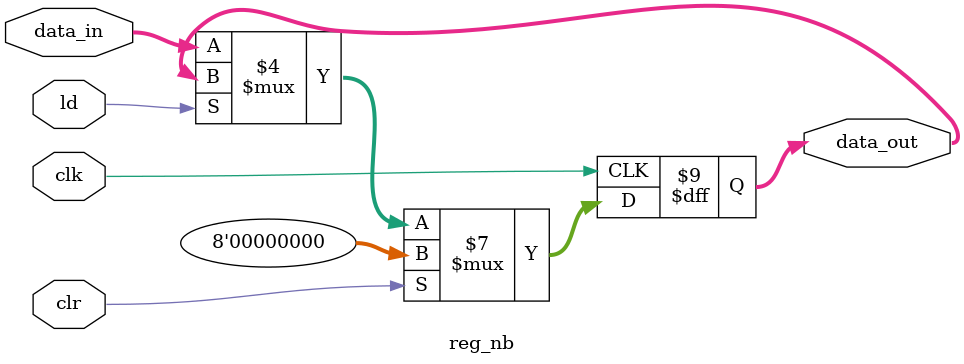
<source format=sv>
`timescale 1ns / 1ps
`default_nettype wire


module reg_nb #(parameter n=8) (
    input [n-1:0] data_in,
    input clk, 
	input clr, 
	input ld, // active low
    output logic [n-1:0] data_out  
    ); 

    
    always_ff @(posedge clk) begin 
        if (clr == 1)       // synch clr
            data_out <= 0;
        else if (ld == 0)   // synch load 
            data_out <= data_in; 
    end
endmodule


</source>
